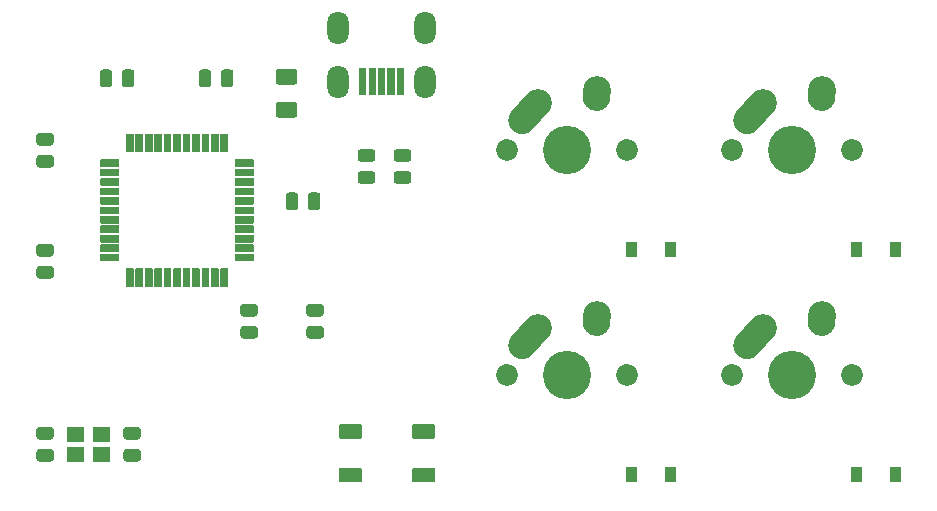
<source format=gbs>
G04 #@! TF.GenerationSoftware,KiCad,Pcbnew,(5.99.0-1822-g1792479ca)*
G04 #@! TF.CreationDate,2020-06-16T18:07:24+08:00*
G04 #@! TF.ProjectId,ai03-pad-duplicate,61693033-2d70-4616-942d-6475706c6963,v01*
G04 #@! TF.SameCoordinates,Original*
G04 #@! TF.FileFunction,Soldermask,Bot*
G04 #@! TF.FilePolarity,Negative*
%FSLAX46Y46*%
G04 Gerber Fmt 4.6, Leading zero omitted, Abs format (unit mm)*
G04 Created by KiCad (PCBNEW (5.99.0-1822-g1792479ca)) date 2020-06-16 18:07:24*
%MOMM*%
%LPD*%
G01*
G04 APERTURE LIST*
%ADD10O,1.800000X2.800000*%
%ADD11C,1.850000*%
%ADD12C,2.350000*%
%ADD13C,4.087800*%
G04 APERTURE END LIST*
G04 #@! TO.C,Y1*
G36*
G01*
X75121880Y-170381000D02*
X75121880Y-171581000D01*
G75*
G02*
X75071880Y-171631000I-50000J0D01*
G01*
X73671880Y-171631000D01*
G75*
G02*
X73621880Y-171581000I0J50000D01*
G01*
X73621880Y-170381000D01*
G75*
G02*
X73671880Y-170331000I50000J0D01*
G01*
X75071880Y-170331000D01*
G75*
G02*
X75121880Y-170381000I0J-50000D01*
G01*
G37*
G36*
G01*
X72921880Y-170381000D02*
X72921880Y-171581000D01*
G75*
G02*
X72871880Y-171631000I-50000J0D01*
G01*
X71471880Y-171631000D01*
G75*
G02*
X71421880Y-171581000I0J50000D01*
G01*
X71421880Y-170381000D01*
G75*
G02*
X71471880Y-170331000I50000J0D01*
G01*
X72871880Y-170331000D01*
G75*
G02*
X72921880Y-170381000I0J-50000D01*
G01*
G37*
G36*
G01*
X72921880Y-172081000D02*
X72921880Y-173281000D01*
G75*
G02*
X72871880Y-173331000I-50000J0D01*
G01*
X71471880Y-173331000D01*
G75*
G02*
X71421880Y-173281000I0J50000D01*
G01*
X71421880Y-172081000D01*
G75*
G02*
X71471880Y-172031000I50000J0D01*
G01*
X72871880Y-172031000D01*
G75*
G02*
X72921880Y-172081000I0J-50000D01*
G01*
G37*
G36*
G01*
X75121880Y-172081000D02*
X75121880Y-173281000D01*
G75*
G02*
X75071880Y-173331000I-50000J0D01*
G01*
X73671880Y-173331000D01*
G75*
G02*
X73621880Y-173281000I0J50000D01*
G01*
X73621880Y-172081000D01*
G75*
G02*
X73671880Y-172031000I50000J0D01*
G01*
X75071880Y-172031000D01*
G75*
G02*
X75121880Y-172081000I0J-50000D01*
G01*
G37*
G04 #@! TD*
D10*
G04 #@! TO.C,USB1*
X94432000Y-136614000D03*
X101732000Y-136614000D03*
X101732000Y-141114000D03*
X94432000Y-141114000D03*
G36*
G01*
X96232000Y-139939000D02*
X96732000Y-139939000D01*
G75*
G02*
X96782000Y-139989000I0J-50000D01*
G01*
X96782000Y-142239000D01*
G75*
G02*
X96732000Y-142289000I-50000J0D01*
G01*
X96232000Y-142289000D01*
G75*
G02*
X96182000Y-142239000I0J50000D01*
G01*
X96182000Y-139989000D01*
G75*
G02*
X96232000Y-139939000I50000J0D01*
G01*
G37*
G36*
G01*
X97032000Y-139939000D02*
X97532000Y-139939000D01*
G75*
G02*
X97582000Y-139989000I0J-50000D01*
G01*
X97582000Y-142239000D01*
G75*
G02*
X97532000Y-142289000I-50000J0D01*
G01*
X97032000Y-142289000D01*
G75*
G02*
X96982000Y-142239000I0J50000D01*
G01*
X96982000Y-139989000D01*
G75*
G02*
X97032000Y-139939000I50000J0D01*
G01*
G37*
G36*
G01*
X97832000Y-139939000D02*
X98332000Y-139939000D01*
G75*
G02*
X98382000Y-139989000I0J-50000D01*
G01*
X98382000Y-142239000D01*
G75*
G02*
X98332000Y-142289000I-50000J0D01*
G01*
X97832000Y-142289000D01*
G75*
G02*
X97782000Y-142239000I0J50000D01*
G01*
X97782000Y-139989000D01*
G75*
G02*
X97832000Y-139939000I50000J0D01*
G01*
G37*
G36*
G01*
X98632000Y-139939000D02*
X99132000Y-139939000D01*
G75*
G02*
X99182000Y-139989000I0J-50000D01*
G01*
X99182000Y-142239000D01*
G75*
G02*
X99132000Y-142289000I-50000J0D01*
G01*
X98632000Y-142289000D01*
G75*
G02*
X98582000Y-142239000I0J50000D01*
G01*
X98582000Y-139989000D01*
G75*
G02*
X98632000Y-139939000I50000J0D01*
G01*
G37*
G36*
G01*
X99432000Y-139939000D02*
X99932000Y-139939000D01*
G75*
G02*
X99982000Y-139989000I0J-50000D01*
G01*
X99982000Y-142239000D01*
G75*
G02*
X99932000Y-142289000I-50000J0D01*
G01*
X99432000Y-142289000D01*
G75*
G02*
X99382000Y-142239000I0J50000D01*
G01*
X99382000Y-139989000D01*
G75*
G02*
X99432000Y-139939000I50000J0D01*
G01*
G37*
G04 #@! TD*
G04 #@! TO.C,U1*
G36*
G01*
X85047000Y-147119000D02*
X84497000Y-147119000D01*
G75*
G02*
X84447000Y-147069000I0J50000D01*
G01*
X84447000Y-145569000D01*
G75*
G02*
X84497000Y-145519000I50000J0D01*
G01*
X85047000Y-145519000D01*
G75*
G02*
X85097000Y-145569000I0J-50000D01*
G01*
X85097000Y-147069000D01*
G75*
G02*
X85047000Y-147119000I-50000J0D01*
G01*
G37*
G36*
G01*
X84247000Y-147119000D02*
X83697000Y-147119000D01*
G75*
G02*
X83647000Y-147069000I0J50000D01*
G01*
X83647000Y-145569000D01*
G75*
G02*
X83697000Y-145519000I50000J0D01*
G01*
X84247000Y-145519000D01*
G75*
G02*
X84297000Y-145569000I0J-50000D01*
G01*
X84297000Y-147069000D01*
G75*
G02*
X84247000Y-147119000I-50000J0D01*
G01*
G37*
G36*
G01*
X83447000Y-147119000D02*
X82897000Y-147119000D01*
G75*
G02*
X82847000Y-147069000I0J50000D01*
G01*
X82847000Y-145569000D01*
G75*
G02*
X82897000Y-145519000I50000J0D01*
G01*
X83447000Y-145519000D01*
G75*
G02*
X83497000Y-145569000I0J-50000D01*
G01*
X83497000Y-147069000D01*
G75*
G02*
X83447000Y-147119000I-50000J0D01*
G01*
G37*
G36*
G01*
X82647000Y-147119000D02*
X82097000Y-147119000D01*
G75*
G02*
X82047000Y-147069000I0J50000D01*
G01*
X82047000Y-145569000D01*
G75*
G02*
X82097000Y-145519000I50000J0D01*
G01*
X82647000Y-145519000D01*
G75*
G02*
X82697000Y-145569000I0J-50000D01*
G01*
X82697000Y-147069000D01*
G75*
G02*
X82647000Y-147119000I-50000J0D01*
G01*
G37*
G36*
G01*
X81847000Y-147119000D02*
X81297000Y-147119000D01*
G75*
G02*
X81247000Y-147069000I0J50000D01*
G01*
X81247000Y-145569000D01*
G75*
G02*
X81297000Y-145519000I50000J0D01*
G01*
X81847000Y-145519000D01*
G75*
G02*
X81897000Y-145569000I0J-50000D01*
G01*
X81897000Y-147069000D01*
G75*
G02*
X81847000Y-147119000I-50000J0D01*
G01*
G37*
G36*
G01*
X81047000Y-147119000D02*
X80497000Y-147119000D01*
G75*
G02*
X80447000Y-147069000I0J50000D01*
G01*
X80447000Y-145569000D01*
G75*
G02*
X80497000Y-145519000I50000J0D01*
G01*
X81047000Y-145519000D01*
G75*
G02*
X81097000Y-145569000I0J-50000D01*
G01*
X81097000Y-147069000D01*
G75*
G02*
X81047000Y-147119000I-50000J0D01*
G01*
G37*
G36*
G01*
X80247000Y-147119000D02*
X79697000Y-147119000D01*
G75*
G02*
X79647000Y-147069000I0J50000D01*
G01*
X79647000Y-145569000D01*
G75*
G02*
X79697000Y-145519000I50000J0D01*
G01*
X80247000Y-145519000D01*
G75*
G02*
X80297000Y-145569000I0J-50000D01*
G01*
X80297000Y-147069000D01*
G75*
G02*
X80247000Y-147119000I-50000J0D01*
G01*
G37*
G36*
G01*
X79447000Y-147119000D02*
X78897000Y-147119000D01*
G75*
G02*
X78847000Y-147069000I0J50000D01*
G01*
X78847000Y-145569000D01*
G75*
G02*
X78897000Y-145519000I50000J0D01*
G01*
X79447000Y-145519000D01*
G75*
G02*
X79497000Y-145569000I0J-50000D01*
G01*
X79497000Y-147069000D01*
G75*
G02*
X79447000Y-147119000I-50000J0D01*
G01*
G37*
G36*
G01*
X78647000Y-147119000D02*
X78097000Y-147119000D01*
G75*
G02*
X78047000Y-147069000I0J50000D01*
G01*
X78047000Y-145569000D01*
G75*
G02*
X78097000Y-145519000I50000J0D01*
G01*
X78647000Y-145519000D01*
G75*
G02*
X78697000Y-145569000I0J-50000D01*
G01*
X78697000Y-147069000D01*
G75*
G02*
X78647000Y-147119000I-50000J0D01*
G01*
G37*
G36*
G01*
X77847000Y-147119000D02*
X77297000Y-147119000D01*
G75*
G02*
X77247000Y-147069000I0J50000D01*
G01*
X77247000Y-145569000D01*
G75*
G02*
X77297000Y-145519000I50000J0D01*
G01*
X77847000Y-145519000D01*
G75*
G02*
X77897000Y-145569000I0J-50000D01*
G01*
X77897000Y-147069000D01*
G75*
G02*
X77847000Y-147119000I-50000J0D01*
G01*
G37*
G36*
G01*
X77047000Y-147119000D02*
X76497000Y-147119000D01*
G75*
G02*
X76447000Y-147069000I0J50000D01*
G01*
X76447000Y-145569000D01*
G75*
G02*
X76497000Y-145519000I50000J0D01*
G01*
X77047000Y-145519000D01*
G75*
G02*
X77097000Y-145569000I0J-50000D01*
G01*
X77097000Y-147069000D01*
G75*
G02*
X77047000Y-147119000I-50000J0D01*
G01*
G37*
G36*
G01*
X75872000Y-147744000D02*
X75872000Y-148294000D01*
G75*
G02*
X75822000Y-148344000I-50000J0D01*
G01*
X74322000Y-148344000D01*
G75*
G02*
X74272000Y-148294000I0J50000D01*
G01*
X74272000Y-147744000D01*
G75*
G02*
X74322000Y-147694000I50000J0D01*
G01*
X75822000Y-147694000D01*
G75*
G02*
X75872000Y-147744000I0J-50000D01*
G01*
G37*
G36*
G01*
X75872000Y-148544000D02*
X75872000Y-149094000D01*
G75*
G02*
X75822000Y-149144000I-50000J0D01*
G01*
X74322000Y-149144000D01*
G75*
G02*
X74272000Y-149094000I0J50000D01*
G01*
X74272000Y-148544000D01*
G75*
G02*
X74322000Y-148494000I50000J0D01*
G01*
X75822000Y-148494000D01*
G75*
G02*
X75872000Y-148544000I0J-50000D01*
G01*
G37*
G36*
G01*
X75872000Y-149344000D02*
X75872000Y-149894000D01*
G75*
G02*
X75822000Y-149944000I-50000J0D01*
G01*
X74322000Y-149944000D01*
G75*
G02*
X74272000Y-149894000I0J50000D01*
G01*
X74272000Y-149344000D01*
G75*
G02*
X74322000Y-149294000I50000J0D01*
G01*
X75822000Y-149294000D01*
G75*
G02*
X75872000Y-149344000I0J-50000D01*
G01*
G37*
G36*
G01*
X75872000Y-150144000D02*
X75872000Y-150694000D01*
G75*
G02*
X75822000Y-150744000I-50000J0D01*
G01*
X74322000Y-150744000D01*
G75*
G02*
X74272000Y-150694000I0J50000D01*
G01*
X74272000Y-150144000D01*
G75*
G02*
X74322000Y-150094000I50000J0D01*
G01*
X75822000Y-150094000D01*
G75*
G02*
X75872000Y-150144000I0J-50000D01*
G01*
G37*
G36*
G01*
X75872000Y-150944000D02*
X75872000Y-151494000D01*
G75*
G02*
X75822000Y-151544000I-50000J0D01*
G01*
X74322000Y-151544000D01*
G75*
G02*
X74272000Y-151494000I0J50000D01*
G01*
X74272000Y-150944000D01*
G75*
G02*
X74322000Y-150894000I50000J0D01*
G01*
X75822000Y-150894000D01*
G75*
G02*
X75872000Y-150944000I0J-50000D01*
G01*
G37*
G36*
G01*
X75872000Y-151744000D02*
X75872000Y-152294000D01*
G75*
G02*
X75822000Y-152344000I-50000J0D01*
G01*
X74322000Y-152344000D01*
G75*
G02*
X74272000Y-152294000I0J50000D01*
G01*
X74272000Y-151744000D01*
G75*
G02*
X74322000Y-151694000I50000J0D01*
G01*
X75822000Y-151694000D01*
G75*
G02*
X75872000Y-151744000I0J-50000D01*
G01*
G37*
G36*
G01*
X75872000Y-152544000D02*
X75872000Y-153094000D01*
G75*
G02*
X75822000Y-153144000I-50000J0D01*
G01*
X74322000Y-153144000D01*
G75*
G02*
X74272000Y-153094000I0J50000D01*
G01*
X74272000Y-152544000D01*
G75*
G02*
X74322000Y-152494000I50000J0D01*
G01*
X75822000Y-152494000D01*
G75*
G02*
X75872000Y-152544000I0J-50000D01*
G01*
G37*
G36*
G01*
X75872000Y-153344000D02*
X75872000Y-153894000D01*
G75*
G02*
X75822000Y-153944000I-50000J0D01*
G01*
X74322000Y-153944000D01*
G75*
G02*
X74272000Y-153894000I0J50000D01*
G01*
X74272000Y-153344000D01*
G75*
G02*
X74322000Y-153294000I50000J0D01*
G01*
X75822000Y-153294000D01*
G75*
G02*
X75872000Y-153344000I0J-50000D01*
G01*
G37*
G36*
G01*
X75872000Y-154144000D02*
X75872000Y-154694000D01*
G75*
G02*
X75822000Y-154744000I-50000J0D01*
G01*
X74322000Y-154744000D01*
G75*
G02*
X74272000Y-154694000I0J50000D01*
G01*
X74272000Y-154144000D01*
G75*
G02*
X74322000Y-154094000I50000J0D01*
G01*
X75822000Y-154094000D01*
G75*
G02*
X75872000Y-154144000I0J-50000D01*
G01*
G37*
G36*
G01*
X75872000Y-154944000D02*
X75872000Y-155494000D01*
G75*
G02*
X75822000Y-155544000I-50000J0D01*
G01*
X74322000Y-155544000D01*
G75*
G02*
X74272000Y-155494000I0J50000D01*
G01*
X74272000Y-154944000D01*
G75*
G02*
X74322000Y-154894000I50000J0D01*
G01*
X75822000Y-154894000D01*
G75*
G02*
X75872000Y-154944000I0J-50000D01*
G01*
G37*
G36*
G01*
X75872000Y-155744000D02*
X75872000Y-156294000D01*
G75*
G02*
X75822000Y-156344000I-50000J0D01*
G01*
X74322000Y-156344000D01*
G75*
G02*
X74272000Y-156294000I0J50000D01*
G01*
X74272000Y-155744000D01*
G75*
G02*
X74322000Y-155694000I50000J0D01*
G01*
X75822000Y-155694000D01*
G75*
G02*
X75872000Y-155744000I0J-50000D01*
G01*
G37*
G36*
G01*
X77047000Y-158519000D02*
X76497000Y-158519000D01*
G75*
G02*
X76447000Y-158469000I0J50000D01*
G01*
X76447000Y-156969000D01*
G75*
G02*
X76497000Y-156919000I50000J0D01*
G01*
X77047000Y-156919000D01*
G75*
G02*
X77097000Y-156969000I0J-50000D01*
G01*
X77097000Y-158469000D01*
G75*
G02*
X77047000Y-158519000I-50000J0D01*
G01*
G37*
G36*
G01*
X77847000Y-158519000D02*
X77297000Y-158519000D01*
G75*
G02*
X77247000Y-158469000I0J50000D01*
G01*
X77247000Y-156969000D01*
G75*
G02*
X77297000Y-156919000I50000J0D01*
G01*
X77847000Y-156919000D01*
G75*
G02*
X77897000Y-156969000I0J-50000D01*
G01*
X77897000Y-158469000D01*
G75*
G02*
X77847000Y-158519000I-50000J0D01*
G01*
G37*
G36*
G01*
X78647000Y-158519000D02*
X78097000Y-158519000D01*
G75*
G02*
X78047000Y-158469000I0J50000D01*
G01*
X78047000Y-156969000D01*
G75*
G02*
X78097000Y-156919000I50000J0D01*
G01*
X78647000Y-156919000D01*
G75*
G02*
X78697000Y-156969000I0J-50000D01*
G01*
X78697000Y-158469000D01*
G75*
G02*
X78647000Y-158519000I-50000J0D01*
G01*
G37*
G36*
G01*
X79447000Y-158519000D02*
X78897000Y-158519000D01*
G75*
G02*
X78847000Y-158469000I0J50000D01*
G01*
X78847000Y-156969000D01*
G75*
G02*
X78897000Y-156919000I50000J0D01*
G01*
X79447000Y-156919000D01*
G75*
G02*
X79497000Y-156969000I0J-50000D01*
G01*
X79497000Y-158469000D01*
G75*
G02*
X79447000Y-158519000I-50000J0D01*
G01*
G37*
G36*
G01*
X80247000Y-158519000D02*
X79697000Y-158519000D01*
G75*
G02*
X79647000Y-158469000I0J50000D01*
G01*
X79647000Y-156969000D01*
G75*
G02*
X79697000Y-156919000I50000J0D01*
G01*
X80247000Y-156919000D01*
G75*
G02*
X80297000Y-156969000I0J-50000D01*
G01*
X80297000Y-158469000D01*
G75*
G02*
X80247000Y-158519000I-50000J0D01*
G01*
G37*
G36*
G01*
X81047000Y-158519000D02*
X80497000Y-158519000D01*
G75*
G02*
X80447000Y-158469000I0J50000D01*
G01*
X80447000Y-156969000D01*
G75*
G02*
X80497000Y-156919000I50000J0D01*
G01*
X81047000Y-156919000D01*
G75*
G02*
X81097000Y-156969000I0J-50000D01*
G01*
X81097000Y-158469000D01*
G75*
G02*
X81047000Y-158519000I-50000J0D01*
G01*
G37*
G36*
G01*
X81847000Y-158519000D02*
X81297000Y-158519000D01*
G75*
G02*
X81247000Y-158469000I0J50000D01*
G01*
X81247000Y-156969000D01*
G75*
G02*
X81297000Y-156919000I50000J0D01*
G01*
X81847000Y-156919000D01*
G75*
G02*
X81897000Y-156969000I0J-50000D01*
G01*
X81897000Y-158469000D01*
G75*
G02*
X81847000Y-158519000I-50000J0D01*
G01*
G37*
G36*
G01*
X82647000Y-158519000D02*
X82097000Y-158519000D01*
G75*
G02*
X82047000Y-158469000I0J50000D01*
G01*
X82047000Y-156969000D01*
G75*
G02*
X82097000Y-156919000I50000J0D01*
G01*
X82647000Y-156919000D01*
G75*
G02*
X82697000Y-156969000I0J-50000D01*
G01*
X82697000Y-158469000D01*
G75*
G02*
X82647000Y-158519000I-50000J0D01*
G01*
G37*
G36*
G01*
X83447000Y-158519000D02*
X82897000Y-158519000D01*
G75*
G02*
X82847000Y-158469000I0J50000D01*
G01*
X82847000Y-156969000D01*
G75*
G02*
X82897000Y-156919000I50000J0D01*
G01*
X83447000Y-156919000D01*
G75*
G02*
X83497000Y-156969000I0J-50000D01*
G01*
X83497000Y-158469000D01*
G75*
G02*
X83447000Y-158519000I-50000J0D01*
G01*
G37*
G36*
G01*
X84247000Y-158519000D02*
X83697000Y-158519000D01*
G75*
G02*
X83647000Y-158469000I0J50000D01*
G01*
X83647000Y-156969000D01*
G75*
G02*
X83697000Y-156919000I50000J0D01*
G01*
X84247000Y-156919000D01*
G75*
G02*
X84297000Y-156969000I0J-50000D01*
G01*
X84297000Y-158469000D01*
G75*
G02*
X84247000Y-158519000I-50000J0D01*
G01*
G37*
G36*
G01*
X85047000Y-158519000D02*
X84497000Y-158519000D01*
G75*
G02*
X84447000Y-158469000I0J50000D01*
G01*
X84447000Y-156969000D01*
G75*
G02*
X84497000Y-156919000I50000J0D01*
G01*
X85047000Y-156919000D01*
G75*
G02*
X85097000Y-156969000I0J-50000D01*
G01*
X85097000Y-158469000D01*
G75*
G02*
X85047000Y-158519000I-50000J0D01*
G01*
G37*
G36*
G01*
X87272000Y-155744000D02*
X87272000Y-156294000D01*
G75*
G02*
X87222000Y-156344000I-50000J0D01*
G01*
X85722000Y-156344000D01*
G75*
G02*
X85672000Y-156294000I0J50000D01*
G01*
X85672000Y-155744000D01*
G75*
G02*
X85722000Y-155694000I50000J0D01*
G01*
X87222000Y-155694000D01*
G75*
G02*
X87272000Y-155744000I0J-50000D01*
G01*
G37*
G36*
G01*
X87272000Y-154944000D02*
X87272000Y-155494000D01*
G75*
G02*
X87222000Y-155544000I-50000J0D01*
G01*
X85722000Y-155544000D01*
G75*
G02*
X85672000Y-155494000I0J50000D01*
G01*
X85672000Y-154944000D01*
G75*
G02*
X85722000Y-154894000I50000J0D01*
G01*
X87222000Y-154894000D01*
G75*
G02*
X87272000Y-154944000I0J-50000D01*
G01*
G37*
G36*
G01*
X87272000Y-154144000D02*
X87272000Y-154694000D01*
G75*
G02*
X87222000Y-154744000I-50000J0D01*
G01*
X85722000Y-154744000D01*
G75*
G02*
X85672000Y-154694000I0J50000D01*
G01*
X85672000Y-154144000D01*
G75*
G02*
X85722000Y-154094000I50000J0D01*
G01*
X87222000Y-154094000D01*
G75*
G02*
X87272000Y-154144000I0J-50000D01*
G01*
G37*
G36*
G01*
X87272000Y-153344000D02*
X87272000Y-153894000D01*
G75*
G02*
X87222000Y-153944000I-50000J0D01*
G01*
X85722000Y-153944000D01*
G75*
G02*
X85672000Y-153894000I0J50000D01*
G01*
X85672000Y-153344000D01*
G75*
G02*
X85722000Y-153294000I50000J0D01*
G01*
X87222000Y-153294000D01*
G75*
G02*
X87272000Y-153344000I0J-50000D01*
G01*
G37*
G36*
G01*
X87272000Y-152544000D02*
X87272000Y-153094000D01*
G75*
G02*
X87222000Y-153144000I-50000J0D01*
G01*
X85722000Y-153144000D01*
G75*
G02*
X85672000Y-153094000I0J50000D01*
G01*
X85672000Y-152544000D01*
G75*
G02*
X85722000Y-152494000I50000J0D01*
G01*
X87222000Y-152494000D01*
G75*
G02*
X87272000Y-152544000I0J-50000D01*
G01*
G37*
G36*
G01*
X87272000Y-151744000D02*
X87272000Y-152294000D01*
G75*
G02*
X87222000Y-152344000I-50000J0D01*
G01*
X85722000Y-152344000D01*
G75*
G02*
X85672000Y-152294000I0J50000D01*
G01*
X85672000Y-151744000D01*
G75*
G02*
X85722000Y-151694000I50000J0D01*
G01*
X87222000Y-151694000D01*
G75*
G02*
X87272000Y-151744000I0J-50000D01*
G01*
G37*
G36*
G01*
X87272000Y-150944000D02*
X87272000Y-151494000D01*
G75*
G02*
X87222000Y-151544000I-50000J0D01*
G01*
X85722000Y-151544000D01*
G75*
G02*
X85672000Y-151494000I0J50000D01*
G01*
X85672000Y-150944000D01*
G75*
G02*
X85722000Y-150894000I50000J0D01*
G01*
X87222000Y-150894000D01*
G75*
G02*
X87272000Y-150944000I0J-50000D01*
G01*
G37*
G36*
G01*
X87272000Y-150144000D02*
X87272000Y-150694000D01*
G75*
G02*
X87222000Y-150744000I-50000J0D01*
G01*
X85722000Y-150744000D01*
G75*
G02*
X85672000Y-150694000I0J50000D01*
G01*
X85672000Y-150144000D01*
G75*
G02*
X85722000Y-150094000I50000J0D01*
G01*
X87222000Y-150094000D01*
G75*
G02*
X87272000Y-150144000I0J-50000D01*
G01*
G37*
G36*
G01*
X87272000Y-149344000D02*
X87272000Y-149894000D01*
G75*
G02*
X87222000Y-149944000I-50000J0D01*
G01*
X85722000Y-149944000D01*
G75*
G02*
X85672000Y-149894000I0J50000D01*
G01*
X85672000Y-149344000D01*
G75*
G02*
X85722000Y-149294000I50000J0D01*
G01*
X87222000Y-149294000D01*
G75*
G02*
X87272000Y-149344000I0J-50000D01*
G01*
G37*
G36*
G01*
X87272000Y-148544000D02*
X87272000Y-149094000D01*
G75*
G02*
X87222000Y-149144000I-50000J0D01*
G01*
X85722000Y-149144000D01*
G75*
G02*
X85672000Y-149094000I0J50000D01*
G01*
X85672000Y-148544000D01*
G75*
G02*
X85722000Y-148494000I50000J0D01*
G01*
X87222000Y-148494000D01*
G75*
G02*
X87272000Y-148544000I0J-50000D01*
G01*
G37*
G36*
G01*
X87272000Y-147744000D02*
X87272000Y-148294000D01*
G75*
G02*
X87222000Y-148344000I-50000J0D01*
G01*
X85722000Y-148344000D01*
G75*
G02*
X85672000Y-148294000I0J50000D01*
G01*
X85672000Y-147744000D01*
G75*
G02*
X85722000Y-147694000I50000J0D01*
G01*
X87222000Y-147694000D01*
G75*
G02*
X87272000Y-147744000I0J-50000D01*
G01*
G37*
G04 #@! TD*
G04 #@! TO.C,SW1*
G36*
G01*
X102602000Y-173893000D02*
X102602000Y-174993000D01*
G75*
G02*
X102552000Y-175043000I-50000J0D01*
G01*
X100752000Y-175043000D01*
G75*
G02*
X100702000Y-174993000I0J50000D01*
G01*
X100702000Y-173893000D01*
G75*
G02*
X100752000Y-173843000I50000J0D01*
G01*
X102552000Y-173843000D01*
G75*
G02*
X102602000Y-173893000I0J-50000D01*
G01*
G37*
G36*
G01*
X96402000Y-170193000D02*
X96402000Y-171293000D01*
G75*
G02*
X96352000Y-171343000I-50000J0D01*
G01*
X94552000Y-171343000D01*
G75*
G02*
X94502000Y-171293000I0J50000D01*
G01*
X94502000Y-170193000D01*
G75*
G02*
X94552000Y-170143000I50000J0D01*
G01*
X96352000Y-170143000D01*
G75*
G02*
X96402000Y-170193000I0J-50000D01*
G01*
G37*
G36*
G01*
X102602000Y-170193000D02*
X102602000Y-171293000D01*
G75*
G02*
X102552000Y-171343000I-50000J0D01*
G01*
X100752000Y-171343000D01*
G75*
G02*
X100702000Y-171293000I0J50000D01*
G01*
X100702000Y-170193000D01*
G75*
G02*
X100752000Y-170143000I50000J0D01*
G01*
X102552000Y-170143000D01*
G75*
G02*
X102602000Y-170193000I0J-50000D01*
G01*
G37*
G36*
G01*
X96402000Y-173893000D02*
X96402000Y-174993000D01*
G75*
G02*
X96352000Y-175043000I-50000J0D01*
G01*
X94552000Y-175043000D01*
G75*
G02*
X94502000Y-174993000I0J50000D01*
G01*
X94502000Y-173893000D01*
G75*
G02*
X94552000Y-173843000I50000J0D01*
G01*
X96352000Y-173843000D01*
G75*
G02*
X96402000Y-173893000I0J-50000D01*
G01*
G37*
G04 #@! TD*
G04 #@! TO.C,R4*
G36*
G01*
X70077250Y-146539000D02*
X69114750Y-146539000D01*
G75*
G02*
X68846000Y-146270250I0J268750D01*
G01*
X68846000Y-145732750D01*
G75*
G02*
X69114750Y-145464000I268750J0D01*
G01*
X70077250Y-145464000D01*
G75*
G02*
X70346000Y-145732750I0J-268750D01*
G01*
X70346000Y-146270250D01*
G75*
G02*
X70077250Y-146539000I-268750J0D01*
G01*
G37*
G36*
G01*
X70077250Y-148414000D02*
X69114750Y-148414000D01*
G75*
G02*
X68846000Y-148145250I0J268750D01*
G01*
X68846000Y-147607750D01*
G75*
G02*
X69114750Y-147339000I268750J0D01*
G01*
X70077250Y-147339000D01*
G75*
G02*
X70346000Y-147607750I0J-268750D01*
G01*
X70346000Y-148145250D01*
G75*
G02*
X70077250Y-148414000I-268750J0D01*
G01*
G37*
G04 #@! TD*
G04 #@! TO.C,R3*
G36*
G01*
X92937250Y-161017000D02*
X91974750Y-161017000D01*
G75*
G02*
X91706000Y-160748250I0J268750D01*
G01*
X91706000Y-160210750D01*
G75*
G02*
X91974750Y-159942000I268750J0D01*
G01*
X92937250Y-159942000D01*
G75*
G02*
X93206000Y-160210750I0J-268750D01*
G01*
X93206000Y-160748250D01*
G75*
G02*
X92937250Y-161017000I-268750J0D01*
G01*
G37*
G36*
G01*
X92937250Y-162892000D02*
X91974750Y-162892000D01*
G75*
G02*
X91706000Y-162623250I0J268750D01*
G01*
X91706000Y-162085750D01*
G75*
G02*
X91974750Y-161817000I268750J0D01*
G01*
X92937250Y-161817000D01*
G75*
G02*
X93206000Y-162085750I0J-268750D01*
G01*
X93206000Y-162623250D01*
G75*
G02*
X92937250Y-162892000I-268750J0D01*
G01*
G37*
G04 #@! TD*
G04 #@! TO.C,R2*
G36*
G01*
X100341250Y-147898000D02*
X99378750Y-147898000D01*
G75*
G02*
X99110000Y-147629250I0J268750D01*
G01*
X99110000Y-147091750D01*
G75*
G02*
X99378750Y-146823000I268750J0D01*
G01*
X100341250Y-146823000D01*
G75*
G02*
X100610000Y-147091750I0J-268750D01*
G01*
X100610000Y-147629250D01*
G75*
G02*
X100341250Y-147898000I-268750J0D01*
G01*
G37*
G36*
G01*
X100341250Y-149773000D02*
X99378750Y-149773000D01*
G75*
G02*
X99110000Y-149504250I0J268750D01*
G01*
X99110000Y-148966750D01*
G75*
G02*
X99378750Y-148698000I268750J0D01*
G01*
X100341250Y-148698000D01*
G75*
G02*
X100610000Y-148966750I0J-268750D01*
G01*
X100610000Y-149504250D01*
G75*
G02*
X100341250Y-149773000I-268750J0D01*
G01*
G37*
G04 #@! TD*
G04 #@! TO.C,R1*
G36*
G01*
X96330750Y-148698000D02*
X97293250Y-148698000D01*
G75*
G02*
X97562000Y-148966750I0J-268750D01*
G01*
X97562000Y-149504250D01*
G75*
G02*
X97293250Y-149773000I-268750J0D01*
G01*
X96330750Y-149773000D01*
G75*
G02*
X96062000Y-149504250I0J268750D01*
G01*
X96062000Y-148966750D01*
G75*
G02*
X96330750Y-148698000I268750J0D01*
G01*
G37*
G36*
G01*
X96330750Y-146823000D02*
X97293250Y-146823000D01*
G75*
G02*
X97562000Y-147091750I0J-268750D01*
G01*
X97562000Y-147629250D01*
G75*
G02*
X97293250Y-147898000I-268750J0D01*
G01*
X96330750Y-147898000D01*
G75*
G02*
X96062000Y-147629250I0J268750D01*
G01*
X96062000Y-147091750D01*
G75*
G02*
X96330750Y-146823000I268750J0D01*
G01*
G37*
G04 #@! TD*
D11*
G04 #@! TO.C,MX4*
X137922000Y-165989000D03*
X127762000Y-165989000D03*
D12*
X130342000Y-161989000D03*
D13*
X132842000Y-165989000D03*
G36*
G01*
X128247291Y-164323560D02*
X128247291Y-164323561D01*
G75*
G02*
X128157439Y-162664291I784709J874561D01*
G01*
X129467441Y-161204291D01*
G75*
G02*
X131126711Y-161114439I874561J-784709D01*
G01*
X131126711Y-161114439D01*
G75*
G02*
X131216563Y-162773709I-784709J-874561D01*
G01*
X129906561Y-164233709D01*
G75*
G02*
X128247291Y-164323561I-874561J784709D01*
G01*
G37*
D12*
X135382000Y-160909000D03*
G36*
G01*
X135261157Y-162661216D02*
X135261157Y-162661216D01*
G75*
G02*
X134169784Y-161408157I80843J1172216D01*
G01*
X134209784Y-160828157D01*
G75*
G02*
X135462843Y-159736784I1172216J-80843D01*
G01*
X135462843Y-159736784D01*
G75*
G02*
X136554216Y-160989843I-80843J-1172216D01*
G01*
X136514216Y-161569843D01*
G75*
G02*
X135261157Y-162661216I-1172216J80843D01*
G01*
G37*
G04 #@! TD*
D11*
G04 #@! TO.C,MX3*
X137922000Y-146939000D03*
X127762000Y-146939000D03*
D12*
X130342000Y-142939000D03*
D13*
X132842000Y-146939000D03*
G36*
G01*
X128247291Y-145273560D02*
X128247291Y-145273561D01*
G75*
G02*
X128157439Y-143614291I784709J874561D01*
G01*
X129467441Y-142154291D01*
G75*
G02*
X131126711Y-142064439I874561J-784709D01*
G01*
X131126711Y-142064439D01*
G75*
G02*
X131216563Y-143723709I-784709J-874561D01*
G01*
X129906561Y-145183709D01*
G75*
G02*
X128247291Y-145273561I-874561J784709D01*
G01*
G37*
D12*
X135382000Y-141859000D03*
G36*
G01*
X135261157Y-143611216D02*
X135261157Y-143611216D01*
G75*
G02*
X134169784Y-142358157I80843J1172216D01*
G01*
X134209784Y-141778157D01*
G75*
G02*
X135462843Y-140686784I1172216J-80843D01*
G01*
X135462843Y-140686784D01*
G75*
G02*
X136554216Y-141939843I-80843J-1172216D01*
G01*
X136514216Y-142519843D01*
G75*
G02*
X135261157Y-143611216I-1172216J80843D01*
G01*
G37*
G04 #@! TD*
D11*
G04 #@! TO.C,MX2*
X118872000Y-165989000D03*
X108712000Y-165989000D03*
D12*
X111292000Y-161989000D03*
D13*
X113792000Y-165989000D03*
G36*
G01*
X109197291Y-164323560D02*
X109197291Y-164323561D01*
G75*
G02*
X109107439Y-162664291I784709J874561D01*
G01*
X110417441Y-161204291D01*
G75*
G02*
X112076711Y-161114439I874561J-784709D01*
G01*
X112076711Y-161114439D01*
G75*
G02*
X112166563Y-162773709I-784709J-874561D01*
G01*
X110856561Y-164233709D01*
G75*
G02*
X109197291Y-164323561I-874561J784709D01*
G01*
G37*
D12*
X116332000Y-160909000D03*
G36*
G01*
X116211157Y-162661216D02*
X116211157Y-162661216D01*
G75*
G02*
X115119784Y-161408157I80843J1172216D01*
G01*
X115159784Y-160828157D01*
G75*
G02*
X116412843Y-159736784I1172216J-80843D01*
G01*
X116412843Y-159736784D01*
G75*
G02*
X117504216Y-160989843I-80843J-1172216D01*
G01*
X117464216Y-161569843D01*
G75*
G02*
X116211157Y-162661216I-1172216J80843D01*
G01*
G37*
G04 #@! TD*
D11*
G04 #@! TO.C,MX1*
X118872000Y-146939000D03*
X108712000Y-146939000D03*
D12*
X111292000Y-142939000D03*
D13*
X113792000Y-146939000D03*
G36*
G01*
X109197291Y-145273560D02*
X109197291Y-145273561D01*
G75*
G02*
X109107439Y-143614291I784709J874561D01*
G01*
X110417441Y-142154291D01*
G75*
G02*
X112076711Y-142064439I874561J-784709D01*
G01*
X112076711Y-142064439D01*
G75*
G02*
X112166563Y-143723709I-784709J-874561D01*
G01*
X110856561Y-145183709D01*
G75*
G02*
X109197291Y-145273561I-874561J784709D01*
G01*
G37*
D12*
X116332000Y-141859000D03*
G36*
G01*
X116211157Y-143611216D02*
X116211157Y-143611216D01*
G75*
G02*
X115119784Y-142358157I80843J1172216D01*
G01*
X115159784Y-141778157D01*
G75*
G02*
X116412843Y-140686784I1172216J-80843D01*
G01*
X116412843Y-140686784D01*
G75*
G02*
X117504216Y-141939843I-80843J-1172216D01*
G01*
X117464216Y-142519843D01*
G75*
G02*
X116211157Y-143611216I-1172216J80843D01*
G01*
G37*
G04 #@! TD*
G04 #@! TO.C,F1*
G36*
G01*
X90698000Y-141388000D02*
X89388000Y-141388000D01*
G75*
G02*
X89118000Y-141118000I0J270000D01*
G01*
X89118000Y-140308000D01*
G75*
G02*
X89388000Y-140038000I270000J0D01*
G01*
X90698000Y-140038000D01*
G75*
G02*
X90968000Y-140308000I0J-270000D01*
G01*
X90968000Y-141118000D01*
G75*
G02*
X90698000Y-141388000I-270000J0D01*
G01*
G37*
G36*
G01*
X90698000Y-144188000D02*
X89388000Y-144188000D01*
G75*
G02*
X89118000Y-143918000I0J270000D01*
G01*
X89118000Y-143108000D01*
G75*
G02*
X89388000Y-142838000I270000J0D01*
G01*
X90698000Y-142838000D01*
G75*
G02*
X90968000Y-143108000I0J-270000D01*
G01*
X90968000Y-143918000D01*
G75*
G02*
X90698000Y-144188000I-270000J0D01*
G01*
G37*
G04 #@! TD*
G04 #@! TO.C,D4*
G36*
G01*
X138804000Y-173771000D02*
X138804000Y-174971000D01*
G75*
G02*
X138754000Y-175021000I-50000J0D01*
G01*
X137854000Y-175021000D01*
G75*
G02*
X137804000Y-174971000I0J50000D01*
G01*
X137804000Y-173771000D01*
G75*
G02*
X137854000Y-173721000I50000J0D01*
G01*
X138754000Y-173721000D01*
G75*
G02*
X138804000Y-173771000I0J-50000D01*
G01*
G37*
G36*
G01*
X142104000Y-173771000D02*
X142104000Y-174971000D01*
G75*
G02*
X142054000Y-175021000I-50000J0D01*
G01*
X141154000Y-175021000D01*
G75*
G02*
X141104000Y-174971000I0J50000D01*
G01*
X141104000Y-173771000D01*
G75*
G02*
X141154000Y-173721000I50000J0D01*
G01*
X142054000Y-173721000D01*
G75*
G02*
X142104000Y-173771000I0J-50000D01*
G01*
G37*
G04 #@! TD*
G04 #@! TO.C,D3*
G36*
G01*
X138804000Y-154721000D02*
X138804000Y-155921000D01*
G75*
G02*
X138754000Y-155971000I-50000J0D01*
G01*
X137854000Y-155971000D01*
G75*
G02*
X137804000Y-155921000I0J50000D01*
G01*
X137804000Y-154721000D01*
G75*
G02*
X137854000Y-154671000I50000J0D01*
G01*
X138754000Y-154671000D01*
G75*
G02*
X138804000Y-154721000I0J-50000D01*
G01*
G37*
G36*
G01*
X142104000Y-154721000D02*
X142104000Y-155921000D01*
G75*
G02*
X142054000Y-155971000I-50000J0D01*
G01*
X141154000Y-155971000D01*
G75*
G02*
X141104000Y-155921000I0J50000D01*
G01*
X141104000Y-154721000D01*
G75*
G02*
X141154000Y-154671000I50000J0D01*
G01*
X142054000Y-154671000D01*
G75*
G02*
X142104000Y-154721000I0J-50000D01*
G01*
G37*
G04 #@! TD*
G04 #@! TO.C,D2*
G36*
G01*
X119754000Y-173771000D02*
X119754000Y-174971000D01*
G75*
G02*
X119704000Y-175021000I-50000J0D01*
G01*
X118804000Y-175021000D01*
G75*
G02*
X118754000Y-174971000I0J50000D01*
G01*
X118754000Y-173771000D01*
G75*
G02*
X118804000Y-173721000I50000J0D01*
G01*
X119704000Y-173721000D01*
G75*
G02*
X119754000Y-173771000I0J-50000D01*
G01*
G37*
G36*
G01*
X123054000Y-173771000D02*
X123054000Y-174971000D01*
G75*
G02*
X123004000Y-175021000I-50000J0D01*
G01*
X122104000Y-175021000D01*
G75*
G02*
X122054000Y-174971000I0J50000D01*
G01*
X122054000Y-173771000D01*
G75*
G02*
X122104000Y-173721000I50000J0D01*
G01*
X123004000Y-173721000D01*
G75*
G02*
X123054000Y-173771000I0J-50000D01*
G01*
G37*
G04 #@! TD*
G04 #@! TO.C,D1*
G36*
G01*
X119754000Y-154721000D02*
X119754000Y-155921000D01*
G75*
G02*
X119704000Y-155971000I-50000J0D01*
G01*
X118804000Y-155971000D01*
G75*
G02*
X118754000Y-155921000I0J50000D01*
G01*
X118754000Y-154721000D01*
G75*
G02*
X118804000Y-154671000I50000J0D01*
G01*
X119704000Y-154671000D01*
G75*
G02*
X119754000Y-154721000I0J-50000D01*
G01*
G37*
G36*
G01*
X123054000Y-154721000D02*
X123054000Y-155921000D01*
G75*
G02*
X123004000Y-155971000I-50000J0D01*
G01*
X122104000Y-155971000D01*
G75*
G02*
X122054000Y-155921000I0J50000D01*
G01*
X122054000Y-154721000D01*
G75*
G02*
X122104000Y-154671000I50000J0D01*
G01*
X123004000Y-154671000D01*
G75*
G02*
X123054000Y-154721000I0J-50000D01*
G01*
G37*
G04 #@! TD*
G04 #@! TO.C,C7*
G36*
G01*
X83674000Y-140361750D02*
X83674000Y-141324250D01*
G75*
G02*
X83405250Y-141593000I-268750J0D01*
G01*
X82867750Y-141593000D01*
G75*
G02*
X82599000Y-141324250I0J268750D01*
G01*
X82599000Y-140361750D01*
G75*
G02*
X82867750Y-140093000I268750J0D01*
G01*
X83405250Y-140093000D01*
G75*
G02*
X83674000Y-140361750I0J-268750D01*
G01*
G37*
G36*
G01*
X85549000Y-140361750D02*
X85549000Y-141324250D01*
G75*
G02*
X85280250Y-141593000I-268750J0D01*
G01*
X84742750Y-141593000D01*
G75*
G02*
X84474000Y-141324250I0J268750D01*
G01*
X84474000Y-140361750D01*
G75*
G02*
X84742750Y-140093000I268750J0D01*
G01*
X85280250Y-140093000D01*
G75*
G02*
X85549000Y-140361750I0J-268750D01*
G01*
G37*
G04 #@! TD*
G04 #@! TO.C,C6*
G36*
G01*
X76092000Y-141324250D02*
X76092000Y-140361750D01*
G75*
G02*
X76360750Y-140093000I268750J0D01*
G01*
X76898250Y-140093000D01*
G75*
G02*
X77167000Y-140361750I0J-268750D01*
G01*
X77167000Y-141324250D01*
G75*
G02*
X76898250Y-141593000I-268750J0D01*
G01*
X76360750Y-141593000D01*
G75*
G02*
X76092000Y-141324250I0J268750D01*
G01*
G37*
G36*
G01*
X74217000Y-141324250D02*
X74217000Y-140361750D01*
G75*
G02*
X74485750Y-140093000I268750J0D01*
G01*
X75023250Y-140093000D01*
G75*
G02*
X75292000Y-140361750I0J-268750D01*
G01*
X75292000Y-141324250D01*
G75*
G02*
X75023250Y-141593000I-268750J0D01*
G01*
X74485750Y-141593000D01*
G75*
G02*
X74217000Y-141324250I0J268750D01*
G01*
G37*
G04 #@! TD*
G04 #@! TO.C,C5*
G36*
G01*
X69114750Y-156737000D02*
X70077250Y-156737000D01*
G75*
G02*
X70346000Y-157005750I0J-268750D01*
G01*
X70346000Y-157543250D01*
G75*
G02*
X70077250Y-157812000I-268750J0D01*
G01*
X69114750Y-157812000D01*
G75*
G02*
X68846000Y-157543250I0J268750D01*
G01*
X68846000Y-157005750D01*
G75*
G02*
X69114750Y-156737000I268750J0D01*
G01*
G37*
G36*
G01*
X69114750Y-154862000D02*
X70077250Y-154862000D01*
G75*
G02*
X70346000Y-155130750I0J-268750D01*
G01*
X70346000Y-155668250D01*
G75*
G02*
X70077250Y-155937000I-268750J0D01*
G01*
X69114750Y-155937000D01*
G75*
G02*
X68846000Y-155668250I0J268750D01*
G01*
X68846000Y-155130750D01*
G75*
G02*
X69114750Y-154862000I268750J0D01*
G01*
G37*
G04 #@! TD*
G04 #@! TO.C,C4*
G36*
G01*
X86386750Y-161817000D02*
X87349250Y-161817000D01*
G75*
G02*
X87618000Y-162085750I0J-268750D01*
G01*
X87618000Y-162623250D01*
G75*
G02*
X87349250Y-162892000I-268750J0D01*
G01*
X86386750Y-162892000D01*
G75*
G02*
X86118000Y-162623250I0J268750D01*
G01*
X86118000Y-162085750D01*
G75*
G02*
X86386750Y-161817000I268750J0D01*
G01*
G37*
G36*
G01*
X86386750Y-159942000D02*
X87349250Y-159942000D01*
G75*
G02*
X87618000Y-160210750I0J-268750D01*
G01*
X87618000Y-160748250D01*
G75*
G02*
X87349250Y-161017000I-268750J0D01*
G01*
X86386750Y-161017000D01*
G75*
G02*
X86118000Y-160748250I0J268750D01*
G01*
X86118000Y-160210750D01*
G75*
G02*
X86386750Y-159942000I268750J0D01*
G01*
G37*
G04 #@! TD*
G04 #@! TO.C,C3*
G36*
G01*
X91840000Y-151738250D02*
X91840000Y-150775750D01*
G75*
G02*
X92108750Y-150507000I268750J0D01*
G01*
X92646250Y-150507000D01*
G75*
G02*
X92915000Y-150775750I0J-268750D01*
G01*
X92915000Y-151738250D01*
G75*
G02*
X92646250Y-152007000I-268750J0D01*
G01*
X92108750Y-152007000D01*
G75*
G02*
X91840000Y-151738250I0J268750D01*
G01*
G37*
G36*
G01*
X89965000Y-151738250D02*
X89965000Y-150775750D01*
G75*
G02*
X90233750Y-150507000I268750J0D01*
G01*
X90771250Y-150507000D01*
G75*
G02*
X91040000Y-150775750I0J-268750D01*
G01*
X91040000Y-151738250D01*
G75*
G02*
X90771250Y-152007000I-268750J0D01*
G01*
X90233750Y-152007000D01*
G75*
G02*
X89965000Y-151738250I0J268750D01*
G01*
G37*
G04 #@! TD*
G04 #@! TO.C,C2*
G36*
G01*
X77443250Y-171431000D02*
X76480750Y-171431000D01*
G75*
G02*
X76212000Y-171162250I0J268750D01*
G01*
X76212000Y-170624750D01*
G75*
G02*
X76480750Y-170356000I268750J0D01*
G01*
X77443250Y-170356000D01*
G75*
G02*
X77712000Y-170624750I0J-268750D01*
G01*
X77712000Y-171162250D01*
G75*
G02*
X77443250Y-171431000I-268750J0D01*
G01*
G37*
G36*
G01*
X77443250Y-173306000D02*
X76480750Y-173306000D01*
G75*
G02*
X76212000Y-173037250I0J268750D01*
G01*
X76212000Y-172499750D01*
G75*
G02*
X76480750Y-172231000I268750J0D01*
G01*
X77443250Y-172231000D01*
G75*
G02*
X77712000Y-172499750I0J-268750D01*
G01*
X77712000Y-173037250D01*
G75*
G02*
X77443250Y-173306000I-268750J0D01*
G01*
G37*
G04 #@! TD*
G04 #@! TO.C,C1*
G36*
G01*
X69114750Y-172231000D02*
X70077250Y-172231000D01*
G75*
G02*
X70346000Y-172499750I0J-268750D01*
G01*
X70346000Y-173037250D01*
G75*
G02*
X70077250Y-173306000I-268750J0D01*
G01*
X69114750Y-173306000D01*
G75*
G02*
X68846000Y-173037250I0J268750D01*
G01*
X68846000Y-172499750D01*
G75*
G02*
X69114750Y-172231000I268750J0D01*
G01*
G37*
G36*
G01*
X69114750Y-170356000D02*
X70077250Y-170356000D01*
G75*
G02*
X70346000Y-170624750I0J-268750D01*
G01*
X70346000Y-171162250D01*
G75*
G02*
X70077250Y-171431000I-268750J0D01*
G01*
X69114750Y-171431000D01*
G75*
G02*
X68846000Y-171162250I0J268750D01*
G01*
X68846000Y-170624750D01*
G75*
G02*
X69114750Y-170356000I268750J0D01*
G01*
G37*
G04 #@! TD*
M02*

</source>
